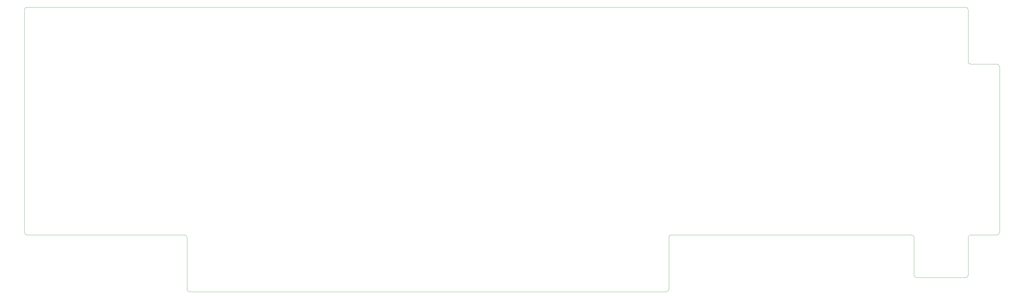
<source format=gm1>
G04 #@! TF.GenerationSoftware,KiCad,Pcbnew,5.1.6-c6e7f7d~86~ubuntu18.04.1*
G04 #@! TF.CreationDate,2020-05-27T13:00:32-07:00*
G04 #@! TF.ProjectId,kbd800xl,6b626438-3030-4786-9c2e-6b696361645f,1.0*
G04 #@! TF.SameCoordinates,Original*
G04 #@! TF.FileFunction,Profile,NP*
%FSLAX46Y46*%
G04 Gerber Fmt 4.6, Leading zero omitted, Abs format (unit mm)*
G04 Created by KiCad (PCBNEW 5.1.6-c6e7f7d~86~ubuntu18.04.1) date 2020-05-27 13:00:32*
%MOMM*%
%LPD*%
G01*
G04 APERTURE LIST*
G04 #@! TA.AperFunction,Profile*
%ADD10C,0.050000*%
G04 #@! TD*
G04 APERTURE END LIST*
D10*
X1000000Y-10000000D02*
G75*
G02*
X2000000Y-9000000I1000000J0D01*
G01*
X2000000Y-89000000D02*
G75*
G02*
X1000000Y-88000000I0J1000000D01*
G01*
X57000000Y-89000000D02*
G75*
G02*
X58000000Y-90000000I0J-1000000D01*
G01*
X59000000Y-109000000D02*
G75*
G02*
X58000000Y-108000000I0J1000000D01*
G01*
X227000000Y-108000000D02*
G75*
G02*
X226000000Y-109000000I-1000000J0D01*
G01*
X227000000Y-90000000D02*
G75*
G02*
X228000000Y-89000000I1000000J0D01*
G01*
X313000000Y-90000000D02*
G75*
G03*
X312000000Y-89000000I-1000000J0D01*
G01*
X332000000Y-103000000D02*
G75*
G02*
X331000000Y-104000000I-1000000J0D01*
G01*
X343000000Y-88000000D02*
G75*
G02*
X342000000Y-89000000I-1000000J0D01*
G01*
X314000000Y-104000000D02*
G75*
G02*
X313000000Y-103000000I0J1000000D01*
G01*
X332000000Y-90000000D02*
G75*
G02*
X333000000Y-89000000I1000000J0D01*
G01*
X333000000Y-29000000D02*
G75*
G02*
X332000000Y-28000000I0J1000000D01*
G01*
X331000000Y-9000000D02*
G75*
G02*
X332000000Y-10000000I0J-1000000D01*
G01*
X342000000Y-29000000D02*
G75*
G02*
X343000000Y-30000000I0J-1000000D01*
G01*
X333000000Y-89000000D02*
X342000000Y-89000000D01*
X332000000Y-103000000D02*
X332000000Y-90000000D01*
X314000000Y-104000000D02*
X331000000Y-104000000D01*
X313000000Y-90000000D02*
X313000000Y-103000000D01*
X332000000Y-28000000D02*
X332000000Y-10000000D01*
X342000000Y-29000000D02*
X333000000Y-29000000D01*
X227000000Y-108000000D02*
X227000000Y-90000000D01*
X59000000Y-109000000D02*
X226000000Y-109000000D01*
X58000000Y-90000000D02*
X58000000Y-108000000D01*
X312000000Y-89000000D02*
X228000000Y-89000000D01*
X2000000Y-89000000D02*
X57000000Y-89000000D01*
X1000000Y-88000000D02*
X1000000Y-10000000D01*
X343000000Y-30000000D02*
X343000000Y-88000000D01*
X2000000Y-9000000D02*
X331000000Y-9000000D01*
M02*

</source>
